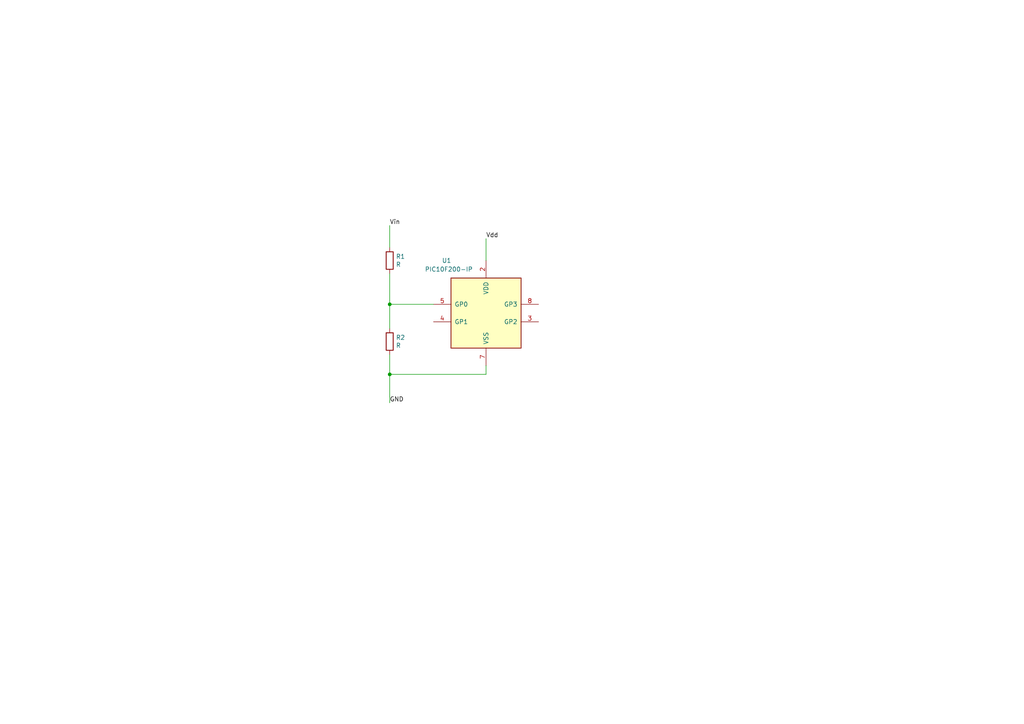
<source format=kicad_sch>
(kicad_sch (version 20230121) (generator eeschema)
  (paper "A4")
  (lib_symbols
    (symbol "Device:R" (pin_numbers hide) (pin_names (offset 0))
      (property "Reference" "R" (at 2.032 0 90))
      (property "Value" "R" (at 0 0 90))
      (symbol "R_0_1"
        (rectangle (start -1.016 -2.54) (end 1.016 2.54) (stroke (width 0.254)))
      )
      (symbol "R_1_1"
        (pin passive line (at 0 3.81 270) (length 1.27) (name "~") (number "1"))
        (pin passive line (at 0 -3.81 90) (length 1.27) (name "~") (number "2"))
      )
    )
    (symbol "MCU_Microchip_PIC10:PIC10F200-IP" (pin_names (offset 1.016))
      (property "Reference" "U" (at 1.27 13.97 0))
      (property "Value" "PIC10F200-IP" (at 1.27 11.43 0))
      (symbol "PIC10F200-IP_0_1"
        (rectangle (start -10.16 10.16) (end 10.16 -10.16) (stroke (width 0.254)) (fill (type background)))
      )
      (symbol "PIC10F200-IP_1_1"
        (pin power_in line (at 0 15.24 270) (length 5.08) (name "VDD") (number "2"))
        (pin bidirectional line (at 15.24 -2.54 180) (length 5.08) (name "GP2") (number "3"))
        (pin bidirectional line (at -15.24 -2.54 0) (length 5.08) (name "GP1") (number "4"))
        (pin bidirectional line (at -15.24 2.54 0) (length 5.08) (name "GP0") (number "5"))
        (pin power_in line (at 0 -15.24 90) (length 5.08) (name "VSS") (number "7"))
        (pin input line (at 15.24 2.54 180) (length 5.08) (name "GP3") (number "8"))
      )
    )
  )
  (junction (at 113.03 88.265))
  (junction (at 113.03 108.585))
  (wire (pts (xy 113.03 88.265) (xy 113.03 95.25)))
  (wire (pts (xy 113.03 71.755) (xy 113.03 65.405)))
  (wire (pts (xy 140.97 108.585) (xy 113.03 108.585)))
  (wire (pts (xy 125.73 88.265) (xy 113.03 88.265)))
  (wire (pts (xy 113.03 79.375) (xy 113.03 88.265)))
  (wire (pts (xy 113.03 102.87) (xy 113.03 108.585)))
  (wire (pts (xy 140.97 75.565) (xy 140.97 69.215)))
  (wire (pts (xy 140.97 106.045) (xy 140.97 108.585)))
  (wire (pts (xy 113.03 108.585) (xy 113.03 116.84)))
  (label "Vdd" (at 140.97 69.215 0))
  (label "Vin" (at 113.03 65.405 0))
  (label "GND" (at 113.03 116.84 0))
  (symbol (lib_id "MCU_Microchip_PIC10:PIC10F200-IP") (at 140.97 90.805 0) (unit 1)
    (property "Reference" "U1" (at 129.54 75.565 0))
    (property "Value" "PIC10F200-IP" (at 130.175 78.105 0))
    (property "Footprint" "Package_DIP:DIP-8_W7.62mm" (effects hide))
    (property "Datasheet" "http://ww1.microchip.com/downloads/en/DeviceDoc/41239D.pdf" (effects hide))
  )
  (symbol (lib_id "Device:R") (at 113.03 75.565 0) (unit 1)
    (property "Reference" "R1" (at 114.808 74.3966 0) (effects (justify left)))
    (property "Value" "R" (at 114.808 76.708 0) (effects (justify left)))
  )
  (symbol (lib_id "Device:R") (at 113.03 99.06 0) (unit 1)
    (property "Reference" "R2" (at 114.808 97.8916 0) (effects (justify left)))
    (property "Value" "R" (at 114.808 100.203 0) (effects (justify left)))
  )
)
</source>
